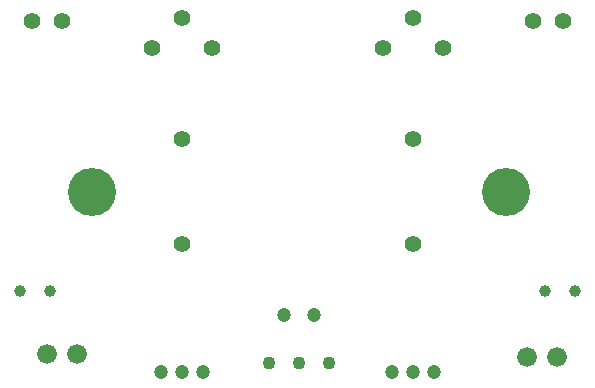
<source format=gts>
G04 (created by PCBNEW (22-Jun-2014 BZR 4027)-stable) date Tue 12 Jul 2016 21:22:19 BST*
%MOIN*%
G04 Gerber Fmt 3.4, Leading zero omitted, Abs format*
%FSLAX34Y34*%
G01*
G70*
G90*
G04 APERTURE LIST*
%ADD10C,0.00590551*%
%ADD11C,0.055*%
%ADD12C,0.0433071*%
%ADD13C,0.16*%
%ADD14C,0.0472441*%
%ADD15C,0.066*%
%ADD16C,0.0393701*%
%ADD17C,0.0551181*%
G04 APERTURE END LIST*
G54D10*
G54D11*
X116900Y-69500D03*
X117900Y-69500D03*
X100200Y-69500D03*
X101200Y-69500D03*
G54D12*
X109100Y-80900D03*
X108100Y-80900D03*
X110100Y-80900D03*
G54D13*
X102200Y-75200D03*
X116000Y-75200D03*
G54D14*
X108600Y-79300D03*
X109600Y-79300D03*
G54D11*
X105200Y-73450D03*
X105200Y-76950D03*
X112900Y-73450D03*
X112900Y-76950D03*
G54D15*
X100700Y-80600D03*
X101700Y-80600D03*
X117700Y-80700D03*
X116700Y-80700D03*
G54D16*
X117300Y-78500D03*
X118300Y-78500D03*
X99800Y-78500D03*
X100800Y-78500D03*
G54D14*
X112200Y-81200D03*
X112900Y-81200D03*
X113600Y-81200D03*
X105900Y-81200D03*
X105200Y-81200D03*
X104500Y-81200D03*
G54D17*
X111900Y-70400D03*
X112900Y-69400D03*
X113900Y-70400D03*
X104200Y-70400D03*
X105200Y-69400D03*
X106200Y-70400D03*
M02*

</source>
